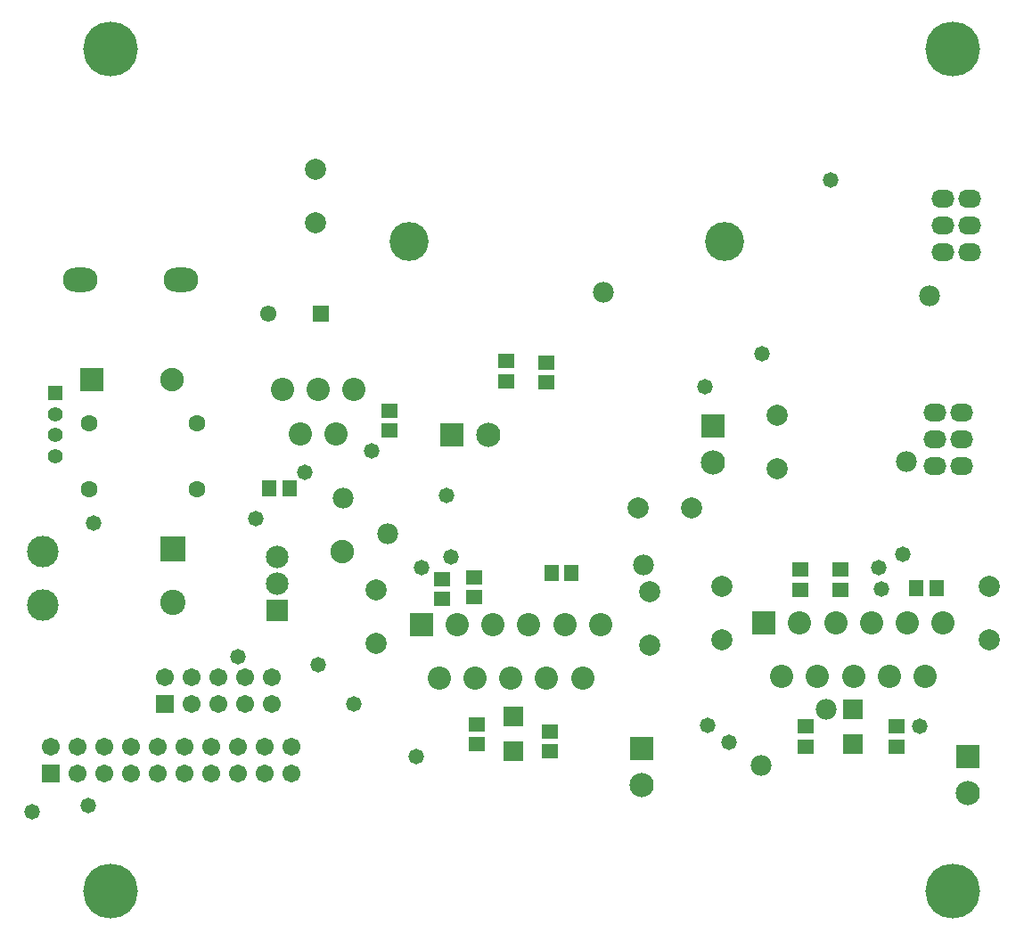
<source format=gbs>
G04*
G04 #@! TF.GenerationSoftware,Altium Limited,Altium Designer,21.3.2 (30)*
G04*
G04 Layer_Color=16711935*
%FSTAX44Y44*%
%MOMM*%
G71*
G04*
G04 #@! TF.SameCoordinates,1521B721-1041-421A-BEC2-2198B3717C83*
G04*
G04*
G04 #@! TF.FilePolarity,Negative*
G04*
G01*
G75*
%ADD29C,3.7032*%
%ADD30C,1.6032*%
%ADD31R,2.4032X2.4032*%
%ADD32C,2.4032*%
%ADD33R,2.3032X2.3032*%
%ADD34C,2.3032*%
%ADD35C,2.9972*%
%ADD36O,3.3016X2.3016*%
%ADD37C,2.2032*%
%ADD38R,2.2032X2.2032*%
%ADD39C,2.0032*%
%ADD40O,2.2032X1.7032*%
%ADD41R,1.7032X1.7032*%
%ADD42C,1.7032*%
%ADD43R,2.3032X2.3032*%
%ADD44R,2.1432X2.1432*%
%ADD45C,2.1432*%
%ADD46R,2.2352X2.2352*%
%ADD47C,2.2352*%
%ADD48C,1.4112*%
%ADD49R,1.4112X1.4112*%
%ADD50C,1.5532*%
%ADD51R,1.5532X1.5532*%
%ADD52C,1.9812*%
%ADD53C,1.4732*%
%ADD54C,5.2032*%
%ADD91R,1.4032X1.6032*%
%ADD92R,1.6032X1.4032*%
%ADD93R,1.9032X1.9032*%
D29*
X0038961Y0072517D02*
D03*
X0068961D02*
D03*
D30*
X0018816Y0048995D02*
D03*
X0008616D02*
D03*
Y0055218D02*
D03*
X0018816D02*
D03*
D31*
X001651Y0043307D02*
D03*
D32*
Y0038227D02*
D03*
D33*
X0061087Y0024328D02*
D03*
X0092075Y0023594D02*
D03*
X0067818Y0054963D02*
D03*
D34*
X0061087Y0020828D02*
D03*
X0092075Y0020094D02*
D03*
X0046553Y0054102D02*
D03*
X0067818Y0051463D02*
D03*
D35*
X0004191Y0043053D02*
D03*
Y0037973D02*
D03*
D36*
X00077718Y0068834D02*
D03*
X00172719D02*
D03*
D37*
X00269494Y005842D02*
D03*
X0030353D02*
D03*
X00337566D02*
D03*
X00320294Y00541782D02*
D03*
X00286766D02*
D03*
X0057161Y0036068D02*
D03*
X0055461Y0030988D02*
D03*
X0053761Y0036068D02*
D03*
X0052061Y0030988D02*
D03*
X0050361Y0036068D02*
D03*
X0048661Y0030988D02*
D03*
X0046961Y0036068D02*
D03*
X0045261Y0030988D02*
D03*
X0043561Y0036068D02*
D03*
X0041861Y0030988D02*
D03*
X0074402Y0031215D02*
D03*
X0076102Y0036295D02*
D03*
X0077802Y0031215D02*
D03*
X0079502Y0036295D02*
D03*
X0081202Y0031215D02*
D03*
X0082902Y0036295D02*
D03*
X0084602Y0031215D02*
D03*
X0086302Y0036295D02*
D03*
X0088002Y0031215D02*
D03*
X0089702Y0036295D02*
D03*
D38*
X0040161Y0036068D02*
D03*
X0072702Y0036295D02*
D03*
D39*
X0030099Y0079375D02*
D03*
Y0074256D02*
D03*
X0073914Y005598D02*
D03*
Y00509D02*
D03*
X0068707Y0039724D02*
D03*
Y0034644D02*
D03*
X0094107Y0039724D02*
D03*
Y0034644D02*
D03*
X0065786Y0047217D02*
D03*
X0060706D02*
D03*
X0035814Y003429D02*
D03*
Y003937D02*
D03*
X0061849Y0034136D02*
D03*
Y0039216D02*
D03*
D40*
X009144Y0051181D02*
D03*
X00889D02*
D03*
X009144Y0053721D02*
D03*
Y0056261D02*
D03*
X00889D02*
D03*
Y0053721D02*
D03*
X0092202Y0071501D02*
D03*
X0089662D02*
D03*
X0092202Y0074041D02*
D03*
Y0076581D02*
D03*
X0089662D02*
D03*
Y0074041D02*
D03*
D41*
X0015748Y0028575D02*
D03*
X0004953Y0021971D02*
D03*
D42*
X0015748Y0031115D02*
D03*
X0018288Y0028575D02*
D03*
Y0031115D02*
D03*
X0020828Y0028575D02*
D03*
Y0031115D02*
D03*
X0023368Y0028575D02*
D03*
Y0031115D02*
D03*
X0025908Y0028575D02*
D03*
Y0031115D02*
D03*
X0004953Y0024511D02*
D03*
X0007493Y0021971D02*
D03*
Y0024511D02*
D03*
X0010033Y0021971D02*
D03*
Y0024511D02*
D03*
X0012573Y0021971D02*
D03*
Y0024511D02*
D03*
X0015113Y0021971D02*
D03*
Y0024511D02*
D03*
X0017653Y0021971D02*
D03*
Y0024511D02*
D03*
X0020193Y0021971D02*
D03*
Y0024511D02*
D03*
X0022733Y0021971D02*
D03*
Y0024511D02*
D03*
X0025273Y0021971D02*
D03*
Y0024511D02*
D03*
X0027813Y0021971D02*
D03*
Y0024511D02*
D03*
D43*
X0043053Y0054102D02*
D03*
D44*
X0026416Y0037438D02*
D03*
D45*
Y0039978D02*
D03*
Y0042518D02*
D03*
D46*
X000887Y0059409D02*
D03*
D47*
X001649D02*
D03*
X0032639Y0043053D02*
D03*
D48*
X0005334Y0052102D02*
D03*
Y0054102D02*
D03*
Y0056102D02*
D03*
D49*
Y0058102D02*
D03*
D50*
X0025567Y0065632D02*
D03*
D51*
X0030567Y0065632D02*
D03*
D52*
X0088392Y006731D02*
D03*
X0036957Y0044704D02*
D03*
X00327532Y0048133D02*
D03*
X007239Y0022733D02*
D03*
X0057404Y0067691D02*
D03*
X0061214Y0041783D02*
D03*
X0078613Y0028067D02*
D03*
X0086233Y0051562D02*
D03*
D53*
X00396522Y00235853D02*
D03*
X0029083Y0050546D02*
D03*
X0067056Y0058674D02*
D03*
X0072517Y0061849D02*
D03*
X0009017Y004572D02*
D03*
X0042545Y0048387D02*
D03*
X0022733Y00330326D02*
D03*
X0030353Y0032258D02*
D03*
X0069342Y0024892D02*
D03*
X00673608Y00264975D02*
D03*
X00337448Y00285378D02*
D03*
X0008509Y0018923D02*
D03*
X0003175Y0018288D02*
D03*
X0085852Y0042799D02*
D03*
X008382Y0039497D02*
D03*
X0042926Y0042545D02*
D03*
X0040132Y0041529D02*
D03*
X0083566D02*
D03*
X0035433Y0052578D02*
D03*
X0087503Y00264642D02*
D03*
X0024384Y0046201D02*
D03*
X0078994Y0078359D02*
D03*
D54*
X0090635Y0090762D02*
D03*
X0010635D02*
D03*
X0090635Y0010762D02*
D03*
X0010635D02*
D03*
D91*
X00871836Y00395362D02*
D03*
X00890836D02*
D03*
X00257244Y00489984D02*
D03*
X00276244D02*
D03*
X00525214Y00409548D02*
D03*
X00544214D02*
D03*
D92*
X00761338Y00394046D02*
D03*
Y00413046D02*
D03*
X00799438Y00394046D02*
D03*
Y00413046D02*
D03*
X00766472Y00264264D02*
D03*
Y00245264D02*
D03*
X00852832Y00264264D02*
D03*
Y00245264D02*
D03*
X00370874Y00564176D02*
D03*
Y00545176D02*
D03*
X00451458Y00405696D02*
D03*
Y00386696D02*
D03*
X00420978Y00404426D02*
D03*
Y00385426D02*
D03*
X00454052Y00247084D02*
D03*
Y00266084D02*
D03*
X00523902Y00240464D02*
D03*
Y00259464D02*
D03*
X00520092Y00590984D02*
D03*
Y00609984D02*
D03*
X00481938Y00611166D02*
D03*
Y00592166D02*
D03*
D93*
X0081153Y0028039D02*
D03*
Y0024739D02*
D03*
X0048895Y0024104D02*
D03*
Y0027404D02*
D03*
M02*

</source>
